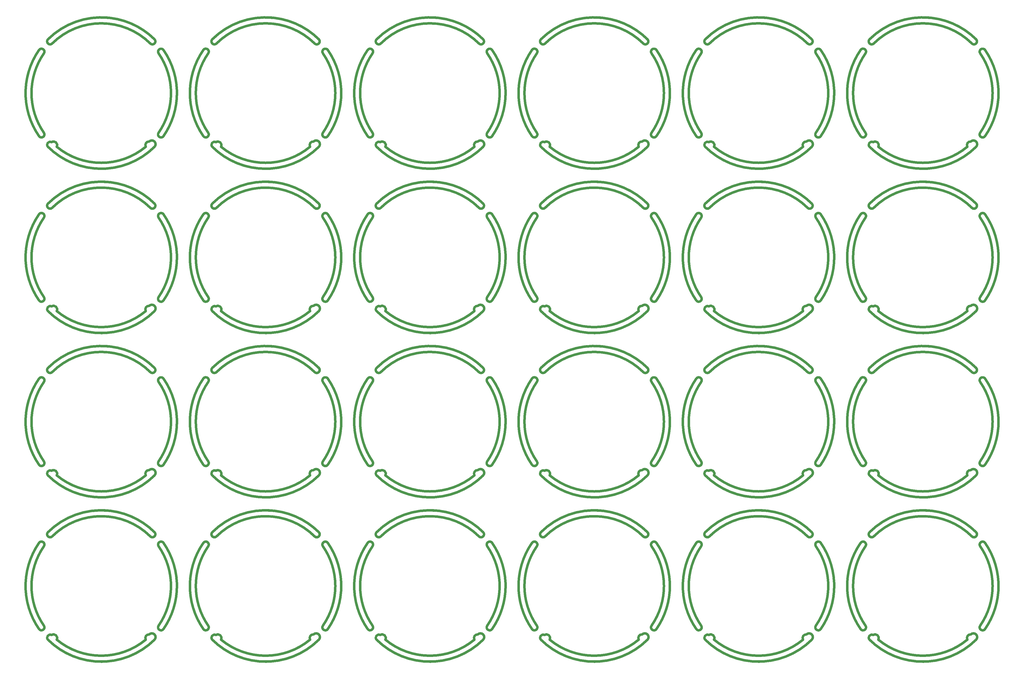
<source format=gbr>
%FSLAX26Y26*%
%MOIN*%
%IPPOS*%
%ADD387C,0.032000*%
%LN1RT*%
%LPD*%
G75*
%SRX6Y4I2.185J2.185*%
G54D387*
X1347063Y2324037D02*
G02*X2025937Y2033390I-29061J-1006035D01*G01*
X2025804Y2033536D02*
G02*X1970086Y1977199I-27859J-28168D01*G01*
X1970367Y1977235D02*
G03*X665633I-652367J-659235D01*G01*
G02*X610065Y2033388I-27751J28109D01*G01*
G02*X1407364Y2320482I707937J-715386D01*G01*
X312354Y1277700D02*
G02*X490549Y1890954I1005648J40302D01*G01*
G02*X555498Y1845981I32389J-22611D01*G01*
G03*Y790019I762502J-527981D01*G01*
G02*X490551Y745047I-32664J-22211D01*G01*
G02*X311864Y1343270I827451J572955D01*G01*
X1330441Y311624D02*
G02*X610067Y602614I-12439J1006378D01*G01*
G02*X657354Y664937I28021J27840D01*G01*
G02*X725700Y604200I27304J-38098D01*G01*
G03*X1910300I592300J713800D01*G01*
G02*X1955818Y673467I41088J22589D01*G01*
G02*X2025935Y602612I35059J-35427D01*G01*
G02*X1279644Y312278I-707933J715390D01*G01*
X2324456Y1319308D02*
G02*X2145452Y745045I-1006454J-1306D01*G01*
G02*X2080502Y790019I-32475J22487D01*G01*
G03*Y1845981I-762502J527981D01*G01*
G02*X2145453Y1890956I32476J22488D01*G01*
G02*X2323942Y1285794I-827451J-572954D01*G01*
M02*

















</source>
